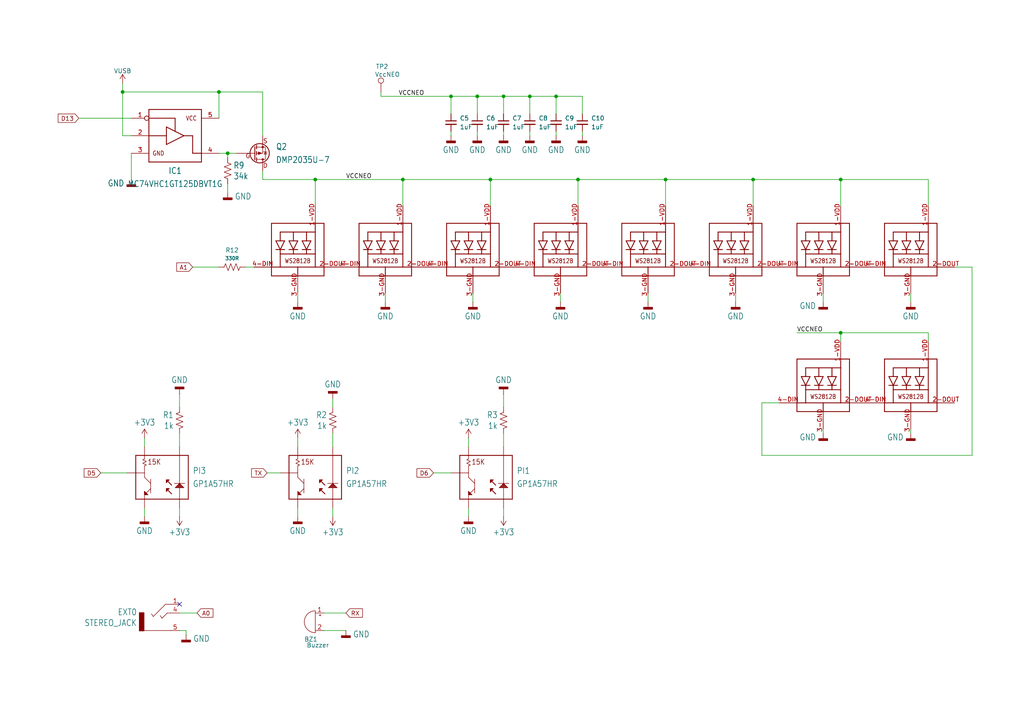
<source format=kicad_sch>
(kicad_sch (version 20250114) (generator "eeschema") (generator_version "9.0")
  (paper "A4")
  (lib_symbols
    (symbol "Connector:TestPoint" (pin_numbers (hide yes)) (pin_names (offset 0.762) (hide yes))
      (property "Reference" "TP" (at 0 6.858 0))
      (property "Value" "TestPoint" (at 0 5.08 0))
      (symbol "TestPoint_0_1"
        (circle (center 0 3.302) (radius 0.762))
      )
      (symbol "TestPoint_1_1"
        (pin passive line (at 0 0 90) (length 2.54) (name "1") (number "1"))
      )
    )
    (symbol "Device:Buzzer" (pin_names (offset 0.0254) (hide yes))
      (property "Reference" "BZ" (at 3.81 1.27 0))
      (property "Value" "Buzzer" (at 3.81 -1.27 0))
      (symbol "Buzzer_0_1"
        (polyline (pts (xy -1.651 1.905) (xy -1.143 1.905)))
        (polyline (pts (xy -1.397 2.159) (xy -1.397 1.651)))
        (arc (start 0 3.175) (mid 3.1612 0) (end 0 -3.175))
        (polyline (pts (xy 0 3.175) (xy 0 -3.175)))
      )
      (symbol "Buzzer_1_1"
        (pin passive line (at -2.54 2.54 0) (length 2.54) (name "+") (number "1"))
        (pin passive line (at -2.54 -2.54 0) (length 2.54) (name "-") (number "2"))
      )
    )
    (symbol "Device:C_Small" (pin_numbers (hide yes)) (pin_names (offset 0.254) (hide yes))
      (property "Reference" "C" (at 0.254 1.778 0))
      (property "Value" "C_Small" (at 0.254 -2.032 0))
      (symbol "C_Small_0_1"
        (polyline (pts (xy -1.524 0.508) (xy 1.524 0.508)) (stroke (width 0.3048)))
        (polyline (pts (xy -1.524 -0.508) (xy 1.524 -0.508)) (stroke (width 0.3302)))
      )
      (symbol "C_Small_1_1"
        (pin passive line (at 0 2.54 270) (length 2.032) (name "~") (number "1"))
        (pin passive line (at 0 -2.54 90) (length 2.032) (name "~") (number "2"))
      )
    )
    (symbol "Device:R_US" (pin_numbers (hide yes)) (pin_names (offset 0))
      (property "Reference" "R" (at 2.54 0 90))
      (property "Value" "R_US" (at -2.54 0 90))
      (symbol "R_US_0_1"
        (polyline (pts (xy 0 2.286) (xy 0 2.54)))
        (polyline (pts (xy 0 2.286) (xy 1.016 1.905) (xy 0 1.524) (xy -1.016 1.143) (xy 0 0.762)))
        (polyline (pts (xy 0 0.762) (xy 1.016 0.381) (xy 0 0) (xy -1.016 -0.381) (xy 0 -0.762)))
        (polyline (pts (xy 0 -0.762) (xy 1.016 -1.143) (xy 0 -1.524) (xy -1.016 -1.905) (xy 0 -2.286)))
        (polyline (pts (xy 0 -2.286) (xy 0 -2.54)))
      )
      (symbol "R_US_1_1"
        (pin passive line (at 0 3.81 270) (length 1.27) (name "~") (number "1"))
        (pin passive line (at 0 -3.81 90) (length 1.27) (name "~") (number "2"))
      )
    )
    (symbol "FED3 SymbLib:GP1A57HR"
      (symbol "GP1A57HR_1_0"
        (polyline (pts (xy -7.62 10.16) (xy 5.08 10.16)) (stroke (width 0.254)))
        (polyline (pts (xy -7.62 -2.54) (xy -7.62 10.16)) (stroke (width 0.254)))
        (polyline (pts (xy -6.096 1.016) (xy -6.35 0.762)) (stroke (width 0.1524)))
        (polyline (pts (xy -6.096 0.889) (xy -4.064 0.889)) (stroke (width 0.1524)))
        (polyline (pts (xy -5.842 1.27) (xy -6.096 1.016)) (stroke (width 0.1524)))
        (polyline (pts (xy -5.842 1.27) (xy -4.318 1.27)) (stroke (width 0.1524)))
        (polyline (pts (xy -5.588 1.524) (xy -5.842 1.27)) (stroke (width 0.1524)))
        (polyline (pts (xy -5.588 1.397) (xy -4.572 1.397)) (stroke (width 0.1524)))
        (polyline (pts (xy -5.334 1.778) (xy -5.588 1.524)) (stroke (width 0.1524)))
        (polyline (pts (xy -5.334 1.778) (xy -4.826 1.778)) (stroke (width 0.1524)))
        (polyline (pts (xy -5.207 1.905) (xy -5.334 1.778)) (stroke (width 0.1524)))
        (polyline (pts (xy -5.207 1.905) (xy -4.953 1.905)) (stroke (width 0.1524)))
        (polyline (pts (xy -5.08 2.032) (xy -6.604 2.032)) (stroke (width 0.1524)))
        (polyline (pts (xy -5.08 2.032) (xy -5.207 1.905)) (stroke (width 0.1524)))
        (polyline (pts (xy -5.08 2.032) (xy -5.08 10.16)) (stroke (width 0.1524)))
        (polyline (pts (xy -5.08 0.762) (xy -6.35 0.762)) (stroke (width 0.1524)))
        (polyline (pts (xy -5.08 -2.54) (xy -7.62 -2.54)) (stroke (width 0.254)))
        (polyline (pts (xy -5.08 -2.54) (xy -5.08 0.762)) (stroke (width 0.1524)))
        (polyline (pts (xy -4.953 1.905) (xy -5.08 2.032)) (stroke (width 0.1524)))
        (polyline (pts (xy -4.826 1.778) (xy -4.953 1.905)) (stroke (width 0.1524)))
        (polyline (pts (xy -4.826 1.651) (xy -5.334 1.651)) (stroke (width 0.1524)))
        (polyline (pts (xy -4.572 1.524) (xy -5.588 1.524)) (stroke (width 0.1524)))
        (polyline (pts (xy -4.572 1.524) (xy -4.826 1.778)) (stroke (width 0.1524)))
        (polyline (pts (xy -4.318 1.27) (xy -4.572 1.524)) (stroke (width 0.1524)))
        (polyline (pts (xy -4.318 1.143) (xy -5.842 1.143)) (stroke (width 0.1524)))
        (polyline (pts (xy -4.064 1.016) (xy -6.096 1.016)) (stroke (width 0.1524)))
        (polyline (pts (xy -4.064 1.016) (xy -4.318 1.27)) (stroke (width 0.1524)))
        (polyline (pts (xy -3.81 0.762) (xy -5.08 0.762)) (stroke (width 0.1524)))
        (polyline (pts (xy -3.81 0.762) (xy -4.064 1.016)) (stroke (width 0.1524)))
        (polyline (pts (xy -3.556 2.032) (xy -5.08 2.032)) (stroke (width 0.1524)))
        (polyline (pts (xy -2.794 1.524) (xy -1.778 2.54)) (stroke (width 0.254)))
        (polyline (pts (xy -2.794 -1.016) (xy -1.778 0)) (stroke (width 0.254)))
        (polyline (pts (xy -2.032 3.048) (xy -1.27 2.286)) (stroke (width 0.254)))
        (polyline (pts (xy -2.032 0.508) (xy -1.27 -0.254)) (stroke (width 0.254)))
        (polyline (pts (xy -1.778 3.048) (xy -2.032 3.048)) (stroke (width 0.254)))
        (polyline (pts (xy -1.778 3.048) (xy -1.27 2.54)) (stroke (width 0.254)))
        (polyline (pts (xy -1.778 0.508) (xy -2.032 0.508)) (stroke (width 0.254)))
        (polyline (pts (xy -1.778 0.508) (xy -1.27 0)) (stroke (width 0.254)))
        (polyline (pts (xy -1.524 3.048) (xy -1.778 3.048)) (stroke (width 0.254)))
        (polyline (pts (xy -1.524 3.048) (xy -1.27 2.794)) (stroke (width 0.254)))
        (polyline (pts (xy -1.524 0.508) (xy -1.778 0.508)) (stroke (width 0.254)))
        (polyline (pts (xy -1.524 0.508) (xy -1.27 0.254)) (stroke (width 0.254)))
        (polyline (pts (xy -1.27 3.048) (xy -1.524 3.048)) (stroke (width 0.254)))
        (polyline (pts (xy -1.27 2.794) (xy -1.27 3.048)) (stroke (width 0.254)))
        (polyline (pts (xy -1.27 2.54) (xy -1.27 2.794)) (stroke (width 0.254)))
        (polyline (pts (xy -1.27 2.286) (xy -1.27 2.54)) (stroke (width 0.254)))
        (polyline (pts (xy -1.27 0.508) (xy -1.524 0.508)) (stroke (width 0.254)))
        (polyline (pts (xy -1.27 0.254) (xy -1.27 0.508)) (stroke (width 0.254)))
        (polyline (pts (xy -1.27 0) (xy -1.27 0.254)) (stroke (width 0.254)))
        (polyline (pts (xy -1.27 -0.254) (xy -1.27 0)) (stroke (width 0.254)))
        (polyline (pts (xy 3.302 3.302) (xy 3.302 2.032)) (stroke (width 0.1524)))
        (polyline (pts (xy 3.302 2.032) (xy 3.302 0.508)) (stroke (width 0.1524)))
        (polyline (pts (xy 3.302 2.032) (xy 5.08 3.81)) (stroke (width 0.1524)))
        (polyline (pts (xy 3.302 0.508) (xy 3.302 -0.762)) (stroke (width 0.1524)))
        (polyline (pts (xy 3.302 0.508) (xy 4.572 -0.762)) (stroke (width 0.1524)))
        (polyline (pts (xy 4.064 -1.27) (xy 4.191 -1.27)) (stroke (width 0.1524)))
        (polyline (pts (xy 4.191 -1.27) (xy 4.318 -1.27)) (stroke (width 0.1524)))
        (polyline (pts (xy 4.318 -1.27) (xy 4.445 -1.27)) (stroke (width 0.1524)))
        (polyline (pts (xy 4.445 -1.27) (xy 4.572 -1.27)) (stroke (width 0.1524)))
        (polyline (pts (xy 4.572 8.382) (xy 5.588 7.874)) (stroke (width 0.1524)))
        (polyline (pts (xy 4.572 7.366) (xy 5.08 7.112)) (stroke (width 0.1524)))
        (polyline (pts (xy 4.572 -1.27) (xy 4.699 -1.27)) (stroke (width 0.1524)))
        (polyline (pts (xy 4.699 -1.27) (xy 4.826 -1.27)) (stroke (width 0.1524)))
        (polyline (pts (xy 4.826 -1.27) (xy 5.08 -1.27)) (stroke (width 0.1524)))
        (polyline (pts (xy 4.953 -0.508) (xy 4.318 -1.143)) (stroke (width 0.1524)))
        (polyline (pts (xy 4.953 -0.635) (xy 4.445 -1.143)) (stroke (width 0.1524)))
        (polyline (pts (xy 4.953 -0.762) (xy 4.572 -1.143)) (stroke (width 0.1524)))
        (polyline (pts (xy 4.953 -0.889) (xy 4.699 -1.143)) (stroke (width 0.1524)))
        (polyline (pts (xy 4.953 -1.016) (xy 4.826 -1.143)) (stroke (width 0.1524)))
        (polyline (pts (xy 4.953 -1.143) (xy 4.826 -1.27)) (stroke (width 0.1524)))
        (polyline (pts (xy 5.08 10.16) (xy 5.08 9.144)) (stroke (width 0.1524)))
        (polyline (pts (xy 5.08 10.16) (xy 7.62 10.16)) (stroke (width 0.254)))
        (polyline (pts (xy 5.08 9.144) (xy 5.588 8.89)) (stroke (width 0.1524)))
        (polyline (pts (xy 5.08 7.112) (xy 5.08 5.08)) (stroke (width 0.1524)))
        (polyline (pts (xy 5.08 5.08) (xy 5.08 3.81)) (stroke (width 0.1524)))
        (polyline (pts (xy 5.08 5.08) (xy 7.62 5.08)) (stroke (width 0.1524)))
        (polyline (pts (xy 5.08 -0.254) (xy 4.064 -1.27)) (stroke (width 0.1524)))
        (polyline (pts (xy 5.08 -0.381) (xy 4.191 -1.27)) (stroke (width 0.1524)))
        (polyline (pts (xy 5.08 -0.381) (xy 5.08 -0.254)) (stroke (width 0.1524)))
        (polyline (pts (xy 5.08 -0.508) (xy 4.318 -1.27)) (stroke (width 0.1524)))
        (polyline (pts (xy 5.08 -0.508) (xy 5.08 -0.381)) (stroke (width 0.1524)))
        (polyline (pts (xy 5.08 -0.635) (xy 4.445 -1.27)) (stroke (width 0.1524)))
        (polyline (pts (xy 5.08 -0.635) (xy 5.08 -0.508)) (stroke (width 0.1524)))
        (polyline (pts (xy 5.08 -0.762) (xy 4.572 -1.27)) (stroke (width 0.1524)))
        (polyline (pts (xy 5.08 -0.762) (xy 5.08 -0.635)) (stroke (width 0.1524)))
        (polyline (pts (xy 5.08 -0.889) (xy 4.699 -1.27)) (stroke (width 0.1524)))
        (polyline (pts (xy 5.08 -0.889) (xy 5.08 -0.762)) (stroke (width 0.1524)))
        (polyline (pts (xy 5.08 -1.016) (xy 4.826 -1.27)) (stroke (width 0.1524)))
        (polyline (pts (xy 5.08 -1.016) (xy 5.08 -0.889)) (stroke (width 0.1524)))
        (polyline (pts (xy 5.08 -1.27) (xy 5.08 -1.016)) (stroke (width 0.1524)))
        (polyline (pts (xy 5.08 -2.54) (xy -5.08 -2.54)) (stroke (width 0.254)))
        (polyline (pts (xy 5.08 -2.54) (xy 5.08 -1.27)) (stroke (width 0.1524)))
        (polyline (pts (xy 5.588 8.89) (xy 4.572 8.382)) (stroke (width 0.1524)))
        (polyline (pts (xy 5.588 7.874) (xy 4.572 7.366)) (stroke (width 0.1524)))
        (polyline (pts (xy 7.62 10.16) (xy 7.62 5.08)) (stroke (width 0.254)))
        (polyline (pts (xy 7.62 5.08) (xy 7.62 -2.54)) (stroke (width 0.254)))
        (polyline (pts (xy 7.62 -2.54) (xy 5.08 -2.54)) (stroke (width 0.254)))
        (text "15K" (at 0.254 7.366 0) (effects (font (size 1.524 1.2954)) (justify left bottom)))
        (pin bidirectional line (at -5.08 12.7 270) (length 2.54) (name "2") (number "2"))
        (pin bidirectional line (at -5.08 -5.08 90) (length 2.54) (name "1") (number "1"))
        (pin bidirectional line (at 5.08 12.7 270) (length 2.54) (name "3") (number "3"))
        (pin bidirectional line (at 5.08 -5.08 90) (length 2.54) (name "5") (number "5"))
        (pin bidirectional line (at 10.16 5.08 180) (length 2.54) (name "4") (number "4"))
      )
    )
    (symbol "FED3 SymbLib:MOSFET_P-CH"
      (symbol "MOSFET_P-CH_0_1"
        (polyline (pts (xy -2.286 1.905) (xy -2.286 -1.905)) (stroke (width 0.254)))
        (polyline (pts (xy -2.286 0) (xy -5.08 0)))
        (polyline (pts (xy -1.778 2.286) (xy -1.778 1.27)) (stroke (width 0.254)))
        (polyline (pts (xy -1.778 1.778) (xy 0.762 1.778) (xy 0.762 -1.778) (xy -1.778 -1.778)))
        (polyline (pts (xy -1.778 0.508) (xy -1.778 -0.508)) (stroke (width 0.254)))
        (polyline (pts (xy -1.778 -1.27) (xy -1.778 -2.286)) (stroke (width 0.254)))
        (circle (center -0.889 0) (radius 2.794) (stroke (width 0.254)))
        (polyline (pts (xy -0.254 0) (xy -1.27 0.381) (xy -1.27 -0.381) (xy -0.254 0)) (fill (type outline)))
        (polyline (pts (xy 0 2.54) (xy 0 1.778)))
        (circle (center 0 1.778) (radius 0.254) (fill (type outline)))
        (circle (center 0 -1.778) (radius 0.254) (fill (type outline)))
        (polyline (pts (xy 0 -2.54) (xy 0 0) (xy -1.778 0)))
        (polyline (pts (xy 0.254 -0.508) (xy 0.381 -0.381) (xy 1.143 -0.381) (xy 1.27 -0.254)))
        (polyline (pts (xy 0.762 -0.381) (xy 0.381 0.254) (xy 1.143 0.254) (xy 0.762 -0.381)))
      )
      (symbol "MOSFET_P-CH_1_1"
        (text "G" (at -4.318 0.762 0) (effects (font (size 1.27 1.27))))
        (text "D" (at 0.762 3.556 0) (effects (font (size 1.27 1.27))))
        (text "S" (at 0.762 -3.556 0) (effects (font (size 1.27 1.27))))
        (pin passive line (at -7.62 0 0) (length 2.54) (name "G") (number "P$1"))
        (pin passive line (at 0 5.08 270) (length 2.54) (name "D") (number "P$3"))
        (pin passive line (at 0 -5.08 90) (length 2.54) (name "S") (number "P$2"))
      )
    )
    (symbol "FED3 SymbLib:SN74LVC1G125"
      (symbol "SN74LVC1G125_1_0"
        (polyline (pts (xy -7.62 7.62) (xy -7.62 -7.62)) (stroke (width 0.254)))
        (polyline (pts (xy -7.62 5.08) (xy 0 5.08)) (stroke (width 0.254)))
        (polyline (pts (xy -7.62 0) (xy -2.54 0)) (stroke (width 0.254)))
        (polyline (pts (xy -7.62 -7.62) (xy 7.62 -7.62)) (stroke (width 0.254)))
        (polyline (pts (xy -2.54 2.54) (xy -2.54 -2.54)) (stroke (width 0.254)))
        (polyline (pts (xy -2.54 2.54) (xy 0 1.27)) (stroke (width 0.254)))
        (polyline (pts (xy 0 5.08) (xy 0 1.27)) (stroke (width 0.254)))
        (polyline (pts (xy 0 1.27) (xy 2.54 0)) (stroke (width 0.254)))
        (polyline (pts (xy 2.54 0) (xy -2.54 -2.54)) (stroke (width 0.254)))
        (polyline (pts (xy 2.54 0) (xy 5.08 0)) (stroke (width 0.254)))
        (polyline (pts (xy 5.08 0) (xy 5.08 -5.08)) (stroke (width 0.254)))
        (polyline (pts (xy 5.08 -5.08) (xy 7.62 -5.08)) (stroke (width 0.254)))
        (polyline (pts (xy 7.62 7.62) (xy -7.62 7.62)) (stroke (width 0.254)))
        (polyline (pts (xy 7.62 -7.62) (xy 7.62 7.62)) (stroke (width 0.254)))
        (text "GND" (at -6.604 -5.842 0) (effects (font (size 1.27 1.0795)) (justify left bottom)))
        (text "VCC" (at 3.048 4.318 0) (effects (font (size 1.27 1.0795)) (justify left bottom)))
        (pin bidirectional inverted (at -12.7 5.08 0) (length 5.08) (name "P$1") (number "1"))
        (pin bidirectional line (at -12.7 0 0) (length 5.08) (name "P$2") (number "2"))
        (pin bidirectional line (at -12.7 -5.08 0) (length 5.08) (name "P$3") (number "3"))
        (pin bidirectional line (at 12.7 5.08 180) (length 5.08) (name "P$5") (number "5"))
        (pin bidirectional line (at 12.7 -5.08 180) (length 5.08) (name "P$4") (number "4"))
      )
    )
    (symbol "FED3 SymbLib:STEREO_JACK"
      (symbol "STEREO_JACK_1_0"
        (rectangle (start -5.207 2.667) (end -6.604 -2.667) (fill (type outline)))
        (polyline (pts (xy -2.54 1.524) (xy -3.048 2.286)) (stroke (width 0.1524)))
        (polyline (pts (xy 0 1.016) (xy -0.508 1.778)) (stroke (width 0.1524)))
        (polyline (pts (xy 1.016 5.08) (xy -2.54 1.524)) (stroke (width 0.1524)))
        (polyline (pts (xy 1.524 2.54) (xy 0 1.016)) (stroke (width 0.1524)))
        (polyline (pts (xy 2.54 5.08) (xy 1.016 5.08)) (stroke (width 0.1524)))
        (polyline (pts (xy 2.54 2.54) (xy 1.524 2.54)) (stroke (width 0.1524)))
        (polyline (pts (xy 2.54 -2.54) (xy -5.207 -2.54)) (stroke (width 0.1524)))
        (pin passive line (at 5.08 5.08 180) (length 2.54) (name "1") (number "1"))
        (pin passive line (at 5.08 2.54 180) (length 2.54) (name "4") (number "4"))
        (pin passive line (at 5.08 -2.54 180) (length 2.54) (name "5") (number "5"))
      )
    )
    (symbol "FED3 SymbLib:VUSB" (power) (pin_numbers (hide yes)) (pin_names (offset 0) (hide yes))
      (property "Value" "VUSB" (at 0 3.556 0))
      (symbol "VUSB_0_1"
        (polyline (pts (xy -0.762 1.27) (xy 0 2.54)))
        (polyline (pts (xy 0 2.54) (xy 0.762 1.27)))
        (polyline (pts (xy 0 0) (xy 0 2.54)))
      )
      (symbol "VUSB_1_1"
        (pin power_in line (at 0 0 90) (length 0) (name "~") (number "1"))
      )
    )
    (symbol "FED3 SymbLib:WS2812B5050"
      (symbol "WS2812B5050_1_0"
        (polyline (pts (xy -7.62 10.16) (xy -7.62 -2.54)) (stroke (width 0.254)))
        (polyline (pts (xy -7.62 -2.54) (xy -7.62 -5.08)) (stroke (width 0.254)))
        (polyline (pts (xy -7.62 -5.08) (xy 0 -5.08)) (stroke (width 0.254)))
        (polyline (pts (xy -6.35 5.08) (xy -5.08 5.08)) (stroke (width 0.254)))
        (polyline (pts (xy -6.35 2.54) (xy -5.08 2.54)) (stroke (width 0.254)))
        (polyline (pts (xy -5.08 7.62) (xy -5.08 5.08)) (stroke (width 0.254)))
        (polyline (pts (xy -5.08 5.08) (xy -3.81 5.08)) (stroke (width 0.254)))
        (polyline (pts (xy -5.08 2.54) (xy -6.35 5.08)) (stroke (width 0.254)))
        (polyline (pts (xy -5.08 2.54) (xy -5.08 1.27)) (stroke (width 0.254)))
        (polyline (pts (xy -5.08 2.54) (xy -3.81 5.08)) (stroke (width 0.254)))
        (polyline (pts (xy -5.08 1.27) (xy -5.08 -2.54)) (stroke (width 0.254)))
        (polyline (pts (xy -5.08 -2.54) (xy -7.62 -2.54)) (stroke (width 0.254)))
        (polyline (pts (xy -5.08 -2.54) (xy 0 -2.54)) (stroke (width 0.254)))
        (polyline (pts (xy -3.81 2.54) (xy -5.08 2.54)) (stroke (width 0.254)))
        (polyline (pts (xy -2.54 5.08) (xy 0 5.08)) (stroke (width 0.254)))
        (polyline (pts (xy -2.54 2.54) (xy -1.27 2.54)) (stroke (width 0.254)))
        (polyline (pts (xy -1.27 7.62) (xy -5.08 7.62)) (stroke (width 0.254)))
        (polyline (pts (xy -1.27 5.08) (xy -1.27 7.62)) (stroke (width 0.254)))
        (polyline (pts (xy -1.27 2.54) (xy -2.54 5.08)) (stroke (width 0.254)))
        (polyline (pts (xy -1.27 2.54) (xy -1.27 1.27)) (stroke (width 0.254)))
        (polyline (pts (xy -1.27 2.54) (xy 0 2.54)) (stroke (width 0.254)))
        (polyline (pts (xy -1.27 1.27) (xy -5.08 1.27)) (stroke (width 0.254)))
        (polyline (pts (xy 0 5.08) (xy -1.27 2.54)) (stroke (width 0.254)))
        (polyline (pts (xy 0 -2.54) (xy 0 -5.08)) (stroke (width 0.254)))
        (polyline (pts (xy 0 -2.54) (xy 5.08 -2.54)) (stroke (width 0.254)))
        (polyline (pts (xy 0 -5.08) (xy 7.62 -5.08)) (stroke (width 0.254)))
        (polyline (pts (xy 1.27 5.08) (xy 2.54 5.08)) (stroke (width 0.254)))
        (polyline (pts (xy 1.27 5.08) (xy 2.54 2.54)) (stroke (width 0.254)))
        (polyline (pts (xy 2.54 7.62) (xy -1.27 7.62)) (stroke (width 0.254)))
        (polyline (pts (xy 2.54 7.62) (xy 5.08 7.62)) (stroke (width 0.254)))
        (polyline (pts (xy 2.54 5.08) (xy 2.54 7.62)) (stroke (width 0.254)))
        (polyline (pts (xy 2.54 2.54) (xy 1.27 2.54)) (stroke (width 0.254)))
        (polyline (pts (xy 2.54 2.54) (xy 2.54 1.27)) (stroke (width 0.254)))
        (polyline (pts (xy 2.54 2.54) (xy 3.81 5.08)) (stroke (width 0.254)))
        (polyline (pts (xy 2.54 2.54) (xy 3.81 2.54)) (stroke (width 0.254)))
        (polyline (pts (xy 2.54 1.27) (xy -1.27 1.27)) (stroke (width 0.254)))
        (polyline (pts (xy 3.81 5.08) (xy 2.54 5.08)) (stroke (width 0.254)))
        (polyline (pts (xy 5.08 10.16) (xy -7.62 10.16)) (stroke (width 0.254)))
        (polyline (pts (xy 5.08 10.16) (xy 5.08 7.62)) (stroke (width 0.254)))
        (polyline (pts (xy 5.08 7.62) (xy 5.08 1.27)) (stroke (width 0.254)))
        (polyline (pts (xy 5.08 1.27) (xy 2.54 1.27)) (stroke (width 0.254)))
        (polyline (pts (xy 5.08 -2.54) (xy 5.08 1.27)) (stroke (width 0.254)))
        (polyline (pts (xy 5.08 -2.54) (xy 7.62 -2.54)) (stroke (width 0.254)))
        (polyline (pts (xy 7.62 10.16) (xy 5.08 10.16)) (stroke (width 0.254)))
        (polyline (pts (xy 7.62 -2.54) (xy 7.62 10.16)) (stroke (width 0.254)))
        (polyline (pts (xy 7.62 -5.08) (xy 7.62 -2.54)) (stroke (width 0.254)))
        (text "WS2812B" (at 3.81 0 0) (effects (font (size 1.27 1.0795)) (justify right top)))
        (pin input line (at -12.7 -2.54 0) (length 5.08) (name "DI") (number "4-DIN"))
        (pin power_in line (at 0 -10.16 90) (length 5.08) (name "GND") (number "3-GND"))
        (pin power_in line (at 5.08 15.24 270) (length 5.08) (name "VDD") (number "1-VDD"))
        (pin output line (at 12.7 -2.54 180) (length 5.08) (name "DO") (number "2-DOUT"))
      )
    )
    (symbol "power:+3V3" (power) (pin_numbers (hide yes)) (pin_names (offset 0) (hide yes))
      (property "Value" "+3V3" (at 0 3.556 0))
      (symbol "+3V3_0_1"
        (polyline (pts (xy -0.762 1.27) (xy 0 2.54)))
        (polyline (pts (xy 0 2.54) (xy 0.762 1.27)))
        (polyline (pts (xy 0 0) (xy 0 2.54)))
      )
      (symbol "+3V3_1_1"
        (pin power_in line (at 0 0 90) (length 0) (name "~") (number "1"))
      )
    )
    (symbol "power:GNDD" (power) (pin_numbers (hide yes)) (pin_names (offset 0) (hide yes))
      (property "Value" "GNDD" (at 0 -3.175 0))
      (symbol "GNDD_0_1"
        (rectangle (start -1.27 -1.524) (end 1.27 -2.032) (stroke (width 0.254)) (fill (type outline)))
        (polyline (pts (xy 0 0) (xy 0 -1.524)))
      )
      (symbol "GNDD_1_1"
        (pin power_in line (at 0 0 270) (length 0) (name "~") (number "1"))
      )
    )
  )
  (junction (at 142.24 52.07))
  (junction (at 91.44 52.07))
  (junction (at 167.64 52.07))
  (junction (at 138.43 27.94))
  (junction (at 243.84 96.52))
  (junction (at 218.44 52.07))
  (junction (at 243.84 52.07))
  (junction (at 63.5 26.67))
  (junction (at 153.67 27.94))
  (junction (at 146.05 27.94))
  (junction (at 66.04 44.45))
  (junction (at 193.04 52.07))
  (junction (at 161.29 27.94))
  (junction (at 35.56 26.67))
  (junction (at 116.84 52.07))
  (junction (at 130.81 27.94))
  (no_connect (at 52.07 175.26))
  (wire (pts (xy 138.43 27.94) (xy 146.05 27.94)) (stroke (width 0.1524)))
  (wire (pts (xy 36.83 137.16) (xy 29.21 137.16)) (stroke (width 0.1524)))
  (wire (pts (xy 162.56 85.09) (xy 162.56 87.63)) (stroke (width 0.1524)))
  (wire (pts (xy 238.76 125.73) (xy 238.76 124.46)))
  (wire (pts (xy 52.07 182.88) (xy 53.975 182.88)) (stroke (width 0.1524)))
  (wire (pts (xy 220.98 116.84) (xy 220.98 132.08)) (stroke (width 0.1524)))
  (wire (pts (xy 161.29 27.94) (xy 168.91 27.94)) (stroke (width 0.1524)))
  (wire (pts (xy 76.2 39.37) (xy 76.2 26.67)) (stroke (width 0.1524)))
  (wire (pts (xy 243.84 96.52) (xy 269.24 96.52)) (stroke (width 0.1524)))
  (wire (pts (xy 264.16 125.73) (xy 264.16 124.46)))
  (wire (pts (xy 276.86 77.47) (xy 281.94 77.47)) (stroke (width 0.1524)))
  (wire (pts (xy 142.24 59.69) (xy 142.24 52.07)) (stroke (width 0.1524)))
  (wire (pts (xy 269.24 52.07) (xy 269.24 59.69)) (stroke (width 0.1524)))
  (wire (pts (xy 116.84 52.07) (xy 142.24 52.07)) (stroke (width 0.1524)))
  (wire (pts (xy 167.64 52.07) (xy 193.04 52.07)) (stroke (width 0.1524)))
  (wire (pts (xy 243.84 99.06) (xy 243.84 96.52)) (stroke (width 0.1524)))
  (wire (pts (xy 130.81 137.16) (xy 125.73 137.16)) (stroke (width 0.1524)))
  (wire (pts (xy 96.52 115.57) (xy 96.52 118.11)))
  (wire (pts (xy 243.84 52.07) (xy 269.24 52.07)) (stroke (width 0.1524)))
  (wire (pts (xy 81.28 137.16) (xy 77.47 137.16)) (stroke (width 0.1524)))
  (wire (pts (xy 269.24 96.52) (xy 269.24 99.06)) (stroke (width 0.1524)))
  (wire (pts (xy 52.07 177.8) (xy 57.15 177.8)) (stroke (width 0.1524)))
  (wire (pts (xy 76.2 52.07) (xy 91.44 52.07)) (stroke (width 0.1524)))
  (wire (pts (xy 93.98 177.8) (xy 100.33 177.8)))
  (wire (pts (xy 167.64 59.69) (xy 167.64 52.07)) (stroke (width 0.1524)))
  (wire (pts (xy 243.84 59.69) (xy 243.84 52.07)) (stroke (width 0.1524)))
  (wire (pts (xy 153.67 30.48) (xy 153.67 33.02)))
  (wire (pts (xy 86.36 127) (xy 86.36 129.54)) (stroke (width 0.1524)))
  (wire (pts (xy 238.76 85.09) (xy 238.76 87.63)) (stroke (width 0.1524)))
  (wire (pts (xy 63.5 26.67) (xy 76.2 26.67)) (stroke (width 0.1524)))
  (wire (pts (xy 146.05 149.86) (xy 146.05 147.32)) (stroke (width 0.1524)))
  (wire (pts (xy 146.05 30.48) (xy 146.05 27.94)) (stroke (width 0.1524)))
  (wire (pts (xy 38.1 44.45) (xy 38.1 45.72)) (stroke (width 0.1524)))
  (wire (pts (xy 66.04 44.45) (xy 66.04 45.72)) (stroke (width 0.1524)))
  (wire (pts (xy 41.91 127) (xy 41.91 129.54)) (stroke (width 0.1524)))
  (wire (pts (xy 35.56 26.67) (xy 35.56 24.13)) (stroke (width 0.1524)))
  (wire (pts (xy 187.96 85.09) (xy 187.96 87.63)) (stroke (width 0.1524)))
  (wire (pts (xy 63.5 26.67) (xy 63.5 34.29)) (stroke (width 0.1524)))
  (wire (pts (xy 220.98 116.84) (xy 226.06 116.84)) (stroke (width 0.1524)))
  (wire (pts (xy 218.44 59.69) (xy 218.44 52.07)) (stroke (width 0.1524)))
  (wire (pts (xy 168.91 30.48) (xy 168.91 33.02)))
  (wire (pts (xy 135.89 149.86) (xy 135.89 147.32)) (stroke (width 0.1524)))
  (wire (pts (xy 146.05 38.1) (xy 146.05 39.37)) (stroke (width 0.1524)))
  (wire (pts (xy 52.07 149.86) (xy 52.07 147.32)) (stroke (width 0.1524)))
  (wire (pts (xy 93.98 182.88) (xy 100.33 182.88)))
  (wire (pts (xy 135.89 127) (xy 135.89 129.54)) (stroke (width 0.1524)))
  (wire (pts (xy 146.05 125.73) (xy 146.05 129.54)) (stroke (width 0.1524)))
  (wire (pts (xy 153.67 27.94) (xy 161.29 27.94)) (stroke (width 0.1524)))
  (wire (pts (xy 146.05 114.3) (xy 146.05 118.11)))
  (wire (pts (xy 138.43 30.48) (xy 138.43 27.94)) (stroke (width 0.1524)))
  (wire (pts (xy 86.36 85.09) (xy 86.36 87.63)) (stroke (width 0.1524)))
  (wire (pts (xy 138.43 38.1) (xy 138.43 39.37)) (stroke (width 0.1524)))
  (wire (pts (xy 38.1 34.29) (xy 22.86 34.29)) (stroke (width 0.1524)))
  (wire (pts (xy 213.36 85.09) (xy 213.36 87.63)) (stroke (width 0.1524)))
  (wire (pts (xy 66.04 44.45) (xy 68.58 44.45)) (stroke (width 0.1524)))
  (wire (pts (xy 38.1 45.72) (xy 38.1 52.07)))
  (wire (pts (xy 146.05 27.94) (xy 153.67 27.94)) (stroke (width 0.1524)))
  (wire (pts (xy 264.16 85.09) (xy 264.16 87.63)) (stroke (width 0.1524)))
  (wire (pts (xy 96.52 149.86) (xy 96.52 147.32)) (stroke (width 0.1524)))
  (wire (pts (xy 130.81 27.94) (xy 138.43 27.94)) (stroke (width 0.1524)))
  (wire (pts (xy 161.29 39.37) (xy 161.29 38.1)) (stroke (width 0.1524)))
  (wire (pts (xy 142.24 52.07) (xy 167.64 52.07)) (stroke (width 0.1524)))
  (wire (pts (xy 168.91 39.37) (xy 168.91 38.1)) (stroke (width 0.1524)))
  (wire (pts (xy 63.5 26.67) (xy 35.56 26.67)) (stroke (width 0.1524)))
  (wire (pts (xy 66.04 53.34) (xy 66.04 55.88)))
  (wire (pts (xy 71.12 77.47) (xy 73.66 77.47)))
  (wire (pts (xy 53.975 182.88) (xy 53.975 184.15)))
  (wire (pts (xy 193.04 52.07) (xy 193.04 59.69)) (stroke (width 0.1524)))
  (wire (pts (xy 281.94 132.08) (xy 281.94 77.47)) (stroke (width 0.1524)))
  (wire (pts (xy 35.56 39.37) (xy 38.1 39.37)) (stroke (width 0.1524)))
  (wire (pts (xy 130.81 30.48) (xy 130.81 27.94)) (stroke (width 0.1524)))
  (wire (pts (xy 91.44 52.07) (xy 116.84 52.07)) (stroke (width 0.1524)))
  (wire (pts (xy 52.07 114.3) (xy 52.07 118.11)))
  (wire (pts (xy 168.91 27.94) (xy 168.91 30.48)) (stroke (width 0.1524)))
  (wire (pts (xy 76.2 49.53) (xy 76.2 52.07)) (stroke (width 0.1524)))
  (wire (pts (xy 161.29 27.94) (xy 161.29 30.48)) (stroke (width 0.1524)))
  (wire (pts (xy 110.49 27.94) (xy 130.81 27.94)) (stroke (width 0.1524)))
  (wire (pts (xy 231.14 96.52) (xy 243.84 96.52)) (stroke (width 0.1524)))
  (wire (pts (xy 63.5 77.47) (xy 55.88 77.47)) (stroke (width 0.1524)))
  (wire (pts (xy 153.67 38.1) (xy 153.67 39.37)) (stroke (width 0.1524)))
  (wire (pts (xy 66.04 44.45) (xy 63.5 44.45)) (stroke (width 0.1524)))
  (wire (pts (xy 193.04 52.07) (xy 218.44 52.07)) (stroke (width 0.1524)))
  (wire (pts (xy 110.49 27.94) (xy 110.49 26.67)) (stroke (width 0.1524)))
  (wire (pts (xy 146.05 30.48) (xy 146.05 33.02)))
  (wire (pts (xy 161.29 30.48) (xy 161.29 33.02)))
  (wire (pts (xy 86.36 149.86) (xy 86.36 147.32)) (stroke (width 0.1524)))
  (wire (pts (xy 137.16 85.09) (xy 137.16 87.63)) (stroke (width 0.1524)))
  (wire (pts (xy 116.84 59.69) (xy 116.84 52.07)) (stroke (width 0.1524)))
  (wire (pts (xy 52.07 125.73) (xy 52.07 127)))
  (wire (pts (xy 41.91 149.86) (xy 41.91 147.32)) (stroke (width 0.1524)))
  (wire (pts (xy 91.44 59.69) (xy 91.44 52.07)) (stroke (width 0.1524)))
  (wire (pts (xy 111.76 85.09) (xy 111.76 87.63)) (stroke (width 0.1524)))
  (wire (pts (xy 218.44 52.07) (xy 243.84 52.07)) (stroke (width 0.1524)))
  (wire (pts (xy 96.52 125.73) (xy 96.52 129.54)) (stroke (width 0.1524)))
  (wire (pts (xy 220.98 132.08) (xy 281.94 132.08)) (stroke (width 0.1524)))
  (wire (pts (xy 52.07 127) (xy 52.07 129.54)) (stroke (width 0.1524)))
  (wire (pts (xy 130.81 38.1) (xy 130.81 39.37)) (stroke (width 0.1524)))
  (wire (pts (xy 138.43 30.48) (xy 138.43 33.02)))
  (wire (pts (xy 35.56 26.67) (xy 35.56 39.37)) (stroke (width 0.1524)))
  (wire (pts (xy 130.81 30.48) (xy 130.81 33.02)))
  (wire (pts (xy 153.67 30.48) (xy 153.67 27.94)) (stroke (width 0.1524)))
  (label "VCCNEO" (at 231.14 96.52 0) (effects (font (size 1.2446 1.2446))))
  (label "VCCNEO" (at 115.57 27.94 0) (effects (font (size 1.2446 1.2446))))
  (label "VCCNEO" (at 100.33 52.07 0) (effects (font (size 1.2446 1.2446))))
  (global_label "D13" (shape input) (at 22.86 34.29 180) (effects (font (size 1.2446 1.2446))) (property "Intersheetrefs" "${INTERSHEET_REFS}" (effects (hide yes))))
  (global_label "TX" (shape input) (at 77.47 137.16 180) (effects (font (size 1.2446 1.2446))) (property "Intersheetrefs" "${INTERSHEET_REFS}" (effects (hide yes))))
  (global_label "D5" (shape input) (at 29.21 137.16 180) (effects (font (size 1.2446 1.2446))) (property "Intersheetrefs" "${INTERSHEET_REFS}" (effects (hide yes))))
  (global_label "RX" (shape input) (at 100.33 177.8 0) (effects (font (size 1.2446 1.2446))) (property "Intersheetrefs" "${INTERSHEET_REFS}" (effects (hide yes))))
  (global_label "D6" (shape input) (at 125.73 137.16 180) (effects (font (size 1.2446 1.2446))) (property "Intersheetrefs" "${INTERSHEET_REFS}" (effects (hide yes))))
  (global_label "A0" (shape input) (at 57.15 177.8 0) (effects (font (size 1.2446 1.2446))) (property "Intersheetrefs" "${INTERSHEET_REFS}" (effects (hide yes))))
  (global_label "A1" (shape input) (at 55.88 77.47 180) (effects (font (size 1.2446 1.2446))) (property "Intersheetrefs" "${INTERSHEET_REFS}" (effects (hide yes))))
  (symbol (lib_id "FED3 SymbLib:GP1A57HR") (at 46.99 142.24 0) (mirror y) (unit 1)
    (property "Reference" "PI3" (at 55.88 136.525 0) (effects (font (size 1.778 1.5113)) (justify right)))
    (property "Value" "GP1A57HR" (at 55.88 140.335 0) (effects (font (size 1.778 1.5113)) (justify right)))
    (property "Footprint" "FED3_PCBLib:GP1A57HR" (effects (hide yes)))
    (property "OEPSPN" "OEPS100063" (effects (hide yes)))
    (property "MPN" "GP1A57HRJ00F" (effects (hide yes)))
  )
  (symbol (lib_id "FED3 SymbLib:WS2812B5050") (at 187.96 74.93 0) (unit 1)
    (property "Reference" "LED5" (effects (hide yes)))
    (property "Value" "RGBLed" (effects (hide yes)))
    (property "Footprint" "FED3_PCBLib:WS2812B" (effects (hide yes)))
    (property "OEPSPN" "OEPS080164" (effects (hide yes)))
    (property "MPN" "SK6812RGBW-BW" (effects (hide yes)))
  )
  (symbol (lib_id "power:GNDD") (at 41.91 149.86 0) (mirror y) (unit 1)
    (property "Reference" "#PWR0108" (effects (hide yes)))
    (property "Value" "GND" (at 41.91 153.9622 0) (effects (font (size 1.778 1.5113))))
    (property "Description" "Power symbol creates a global label with name \"GNDD\" , digital ground" (effects (hide yes)))
  )
  (symbol (lib_id "power:+3V3") (at 52.07 149.86 0) (mirror x) (unit 1)
    (property "Reference" "#+3V015" (effects (hide yes)))
    (property "Value" "+3V3" (at 52.07 154.3432 0) (effects (font (size 1.778 1.5113))))
  )
  (symbol (lib_id "FED3 SymbLib:WS2812B5050") (at 264.16 74.93 0) (unit 1)
    (property "Reference" "LED8" (effects (hide yes)))
    (property "Value" "RGBLed" (effects (hide yes)))
    (property "Footprint" "FED3_PCBLib:WS2812B" (effects (hide yes)))
    (property "OEPSPN" "OEPS080164" (effects (hide yes)))
    (property "MPN" "SK6812RGBW-BW" (effects (hide yes)))
  )
  (symbol (lib_id "Device:C_Small") (at 130.81 35.56 0) (mirror y) (unit 1)
    (property "Reference" "C5" (at 133.35 34.2962 0) (effects (justify right)))
    (property "Value" "1uF" (at 133.35 36.8362 0) (effects (justify right)))
    (property "Footprint" "Capacitor_SMD:C_0402_1005Metric" (effects (hide yes)))
    (property "Description" "Unpolarized capacitor, small symbol" (effects (hide yes)))
    (property "OEPSPN" "OEPS010030" (effects (hide yes)))
    (property "MPN" "C1005X5R1E105K050BC" (effects (hide yes)))
  )
  (symbol (lib_id "power:GNDD") (at 138.43 39.37 0) (unit 1)
    (property "Reference" "#PWR0105" (effects (hide yes)))
    (property "Value" "GND" (at 138.43 43.4722 0) (effects (font (size 1.778 1.5113))))
    (property "Description" "Power symbol creates a global label with name \"GNDD\" , digital ground" (effects (hide yes)))
  )
  (symbol (lib_id "Device:Buzzer") (at 91.44 180.34 0) (mirror y) (unit 1)
    (property "Reference" "BZ1" (at 90.17 185.42 0))
    (property "Value" "Buzzer" (at 92.1951 187.1175 0))
    (property "Footprint" "FED3_PCBLib:Buzzer" (effects (hide yes)))
    (property "Description" "Buzzer, polarized" (effects (hide yes)))
    (property "MPN" "PS1240P02BT" (effects (hide yes)))
    (property "OEPSPN" "OEPS100062" (effects (hide yes)))
  )
  (symbol (lib_id "power:GNDD") (at 146.05 114.3 0) (mirror x) (unit 1)
    (property "Reference" "#PWR035" (effects (hide yes)))
    (property "Value" "GND" (at 146.05 110.1978 0) (effects (font (size 1.778 1.5113))))
    (property "Description" "Power symbol creates a global label with name \"GNDD\" , digital ground" (effects (hide yes)))
  )
  (symbol (lib_id "power:GNDD") (at 111.76 87.63 0) (unit 1)
    (property "Reference" "#PWR025" (effects (hide yes)))
    (property "Value" "GND" (at 111.76 91.7322 0) (effects (font (size 1.778 1.5113))))
    (property "Description" "Power symbol creates a global label with name \"GNDD\" , digital ground" (effects (hide yes)))
  )
  (symbol (lib_id "Device:R_US") (at 52.07 121.92 0) (mirror x) (unit 1)
    (property "Reference" "R1" (at 50.419 120.3578 0) (effects (font (size 1.778 1.5113)) (justify right)))
    (property "Value" "1k" (at 50.419 123.4822 0) (effects (font (size 1.778 1.5113)) (justify right)))
    (property "Footprint" "Resistor_SMD:R_0402_1005Metric" (effects (hide yes)))
    (property "OEPSPN" "OEPS020006" (effects (hide yes)))
    (property "MPN" "ERJ-2RKF1001X" (effects (hide yes)))
  )
  (symbol (lib_id "power:+3V3") (at 135.89 127 0) (mirror y) (unit 1)
    (property "Reference" "#+3V010" (effects (hide yes)))
    (property "Value" "+3V3" (at 135.89 122.5168 0) (effects (font (size 1.778 1.5113))))
  )
  (symbol (lib_id "FED3 SymbLib:VUSB") (at 35.56 24.13 0) (unit 1)
    (property "Reference" "#PWR08" (effects (hide yes)))
    (property "Value" "VUSB" (at 35.56 20.574 0))
    (property "Description" "Power symbol creates a global label with name \"VUSB\"" (effects (hide yes)))
  )
  (symbol (lib_id "power:GNDD") (at 161.29 39.37 0) (unit 1)
    (property "Reference" "#PWR027" (effects (hide yes)))
    (property "Value" "GND" (at 161.29 43.4722 0) (effects (font (size 1.778 1.5113))))
    (property "Description" "Power symbol creates a global label with name \"GNDD\" , digital ground" (effects (hide yes)))
  )
  (symbol (lib_id "power:GNDD") (at 66.04 55.88 0) (unit 1)
    (property "Reference" "#PWR033" (effects (hide yes)))
    (property "Value" "GND" (at 68.072 56.9595 0) (effects (font (size 1.778 1.5113)) (justify left)))
    (property "Description" "Power symbol creates a global label with name \"GNDD\" , digital ground" (effects (hide yes)))
  )
  (symbol (lib_id "Device:C_Small") (at 168.91 35.56 0) (unit 1)
    (property "Reference" "C10" (at 171.45 34.2962 0) (effects (justify left)))
    (property "Value" "1uF" (at 171.45 36.8362 0) (effects (justify left)))
    (property "Footprint" "Capacitor_SMD:C_0402_1005Metric" (effects (hide yes)))
    (property "Description" "Unpolarized capacitor, small symbol" (effects (hide yes)))
    (property "OEPSPN" "OEPS010030" (effects (hide yes)))
    (property "MPN" "C1005X5R1E105K050BC" (effects (hide yes)))
  )
  (symbol (lib_id "FED3 SymbLib:WS2812B5050") (at 238.76 74.93 0) (unit 1)
    (property "Reference" "LED7" (effects (hide yes)))
    (property "Value" "RGBLed" (effects (hide yes)))
    (property "Footprint" "FED3_PCBLib:WS2812B" (effects (hide yes)))
    (property "OEPSPN" "OEPS080164" (effects (hide yes)))
    (property "MPN" "SK6812RGBW-BW" (effects (hide yes)))
  )
  (symbol (lib_id "power:GNDD") (at 86.36 149.86 0) (mirror y) (unit 1)
    (property "Reference" "#PWR034" (effects (hide yes)))
    (property "Value" "GND" (at 86.36 153.9622 0) (effects (font (size 1.778 1.5113))))
    (property "Description" "Power symbol creates a global label with name \"GNDD\" , digital ground" (effects (hide yes)))
  )
  (symbol (lib_id "power:GNDD") (at 135.89 149.86 0) (mirror y) (unit 1)
    (property "Reference" "#PWR036" (effects (hide yes)))
    (property "Value" "GND" (at 135.89 153.9622 0) (effects (font (size 1.778 1.5113))))
    (property "Description" "Power symbol creates a global label with name \"GNDD\" , digital ground" (effects (hide yes)))
  )
  (symbol (lib_id "Device:R_US") (at 146.05 121.92 0) (mirror x) (unit 1)
    (property "Reference" "R3" (at 144.399 120.3578 0) (effects (font (size 1.778 1.5113)) (justify right)))
    (property "Value" "1k" (at 144.399 123.4822 0) (effects (font (size 1.778 1.5113)) (justify right)))
    (property "Footprint" "Resistor_SMD:R_0402_1005Metric" (effects (hide yes)))
    (property "OEPSPN" "OEPS020006" (effects (hide yes)))
    (property "MPN" "ERJ-2RKF1001X" (effects (hide yes)))
  )
  (symbol (lib_id "Device:C_Small") (at 161.29 35.56 0) (unit 1)
    (property "Reference" "C9" (at 163.83 34.2962 0) (effects (justify left)))
    (property "Value" "1uF" (at 163.83 36.8362 0) (effects (justify left)))
    (property "Footprint" "Capacitor_SMD:C_0402_1005Metric" (effects (hide yes)))
    (property "Description" "Unpolarized capacitor, small symbol" (effects (hide yes)))
    (property "OEPSPN" "OEPS010030" (effects (hide yes)))
    (property "MPN" "C1005X5R1E105K050BC" (effects (hide yes)))
  )
  (symbol (lib_id "power:+3V3") (at 96.52 149.86 0) (mirror x) (unit 1)
    (property "Reference" "#+3V013" (effects (hide yes)))
    (property "Value" "+3V3" (at 96.52 154.3432 0) (effects (font (size 1.778 1.5113))))
  )
  (symbol (lib_id "power:GNDD") (at 137.16 87.63 0) (unit 1)
    (property "Reference" "#PWR029" (effects (hide yes)))
    (property "Value" "GND" (at 137.16 91.7322 0) (effects (font (size 1.778 1.5113))))
    (property "Description" "Power symbol creates a global label with name \"GNDD\" , digital ground" (effects (hide yes)))
  )
  (symbol (lib_id "FED3 SymbLib:GP1A57HR") (at 91.44 142.24 0) (mirror y) (unit 1)
    (property "Reference" "PI2" (at 100.33 136.525 0) (effects (font (size 1.778 1.5113)) (justify right)))
    (property "Value" "GP1A57HR" (at 100.33 140.335 0) (effects (font (size 1.778 1.5113)) (justify right)))
    (property "Footprint" "FED3_PCBLib:GP1A57HR" (effects (hide yes)))
    (property "OEPSPN" "OEPS100063" (effects (hide yes)))
    (property "MPN" "GP1A57HRJ00F" (effects (hide yes)))
  )
  (symbol (lib_id "power:GNDD") (at 96.52 115.57 0) (mirror x) (unit 1)
    (property "Reference" "#PWR022" (effects (hide yes)))
    (property "Value" "GND" (at 96.52 111.4678 0) (effects (font (size 1.778 1.5113))))
    (property "Description" "Power symbol creates a global label with name \"GNDD\" , digital ground" (effects (hide yes)))
  )
  (symbol (lib_id "Device:R_US") (at 96.52 121.92 0) (mirror x) (unit 1)
    (property "Reference" "R2" (at 94.869 120.3578 0) (effects (font (size 1.778 1.5113)) (justify right)))
    (property "Value" "1k" (at 94.869 123.4822 0) (effects (font (size 1.778 1.5113)) (justify right)))
    (property "Footprint" "Resistor_SMD:R_0402_1005Metric" (effects (hide yes)))
    (property "OEPSPN" "OEPS020006" (effects (hide yes)))
    (property "MPN" "ERJ-2RKF1001X" (effects (hide yes)))
  )
  (symbol (lib_id "power:GNDD") (at 53.975 184.15 0) (mirror y) (unit 1)
    (property "Reference" "#PWR049" (effects (hide yes)))
    (property "Value" "GND" (at 56.007 185.2295 0) (effects (font (size 1.778 1.5113)) (justify right)))
    (property "Description" "Power symbol creates a global label with name \"GNDD\" , digital ground" (effects (hide yes)))
  )
  (symbol (lib_id "FED3 SymbLib:GP1A57HR") (at 140.97 142.24 0) (mirror y) (unit 1)
    (property "Reference" "PI1" (at 149.86 136.525 0) (effects (font (size 1.778 1.5113)) (justify right)))
    (property "Value" "GP1A57HR" (at 149.86 140.335 0) (effects (font (size 1.778 1.5113)) (justify right)))
    (property "Footprint" "FED3_PCBLib:GP1A57HR" (effects (hide yes)))
    (property "OEPSPN" "OEPS100063" (effects (hide yes)))
    (property "MPN" "GP1A57HRJ00F" (effects (hide yes)))
  )
  (symbol (lib_id "Device:C_Small") (at 138.43 35.56 0) (unit 1)
    (property "Reference" "C6" (at 140.97 34.2962 0) (effects (justify left)))
    (property "Value" "1uF" (at 140.97 36.8362 0) (effects (justify left)))
    (property "Footprint" "Capacitor_SMD:C_0402_1005Metric" (effects (hide yes)))
    (property "Description" "Unpolarized capacitor, small symbol" (effects (hide yes)))
    (property "OEPSPN" "OEPS010030" (effects (hide yes)))
    (property "MPN" "C1005X5R1E105K050BC" (effects (hide yes)))
  )
  (symbol (lib_id "FED3 SymbLib:WS2812B5050") (at 86.36 74.93 0) (unit 1)
    (property "Reference" "LED1" (effects (hide yes)))
    (property "Value" "RGBLed" (effects (hide yes)))
    (property "Footprint" "FED3_PCBLib:WS2812B" (effects (hide yes)))
    (property "OEPSPN" "OEPS080164" (effects (hide yes)))
    (property "MPN" "SK6812RGBW-BW" (effects (hide yes)))
  )
  (symbol (lib_id "power:GNDD") (at 100.33 182.88 0) (mirror y) (unit 1)
    (property "Reference" "#PWR048" (effects (hide yes)))
    (property "Value" "GND" (at 102.362 183.9595 0) (effects (font (size 1.778 1.5113)) (justify right)))
    (property "Description" "Power symbol creates a global label with name \"GNDD\" , digital ground" (effects (hide yes)))
  )
  (symbol (lib_id "Connector:TestPoint") (at 110.49 26.67 0) (unit 1) (in_bom no)
    (property "Reference" "TP2" (at 108.966 19.304 0) (effects (justify left)))
    (property "Value" "VccNEO" (at 108.712 21.59 0) (effects (justify left)))
    (property "Footprint" "TestPoint:TestPoint_Pad_1.0x1.0mm" (effects (hide yes)))
  )
  (symbol (lib_id "FED3 SymbLib:WS2812B5050") (at 238.76 114.3 0) (unit 1)
    (property "Reference" "LED9" (effects (hide yes)))
    (property "Value" "RGBLed" (effects (hide yes)))
    (property "Footprint" "FED3_PCBLib:WS2812B" (effects (hide yes)))
    (property "OEPSPN" "OEPS080164" (effects (hide yes)))
    (property "MPN" "SK6812RGBW-BW" (effects (hide yes)))
  )
  (symbol (lib_id "power:GNDD") (at 168.91 39.37 0) (unit 1)
    (property "Reference" "#PWR028" (effects (hide yes)))
    (property "Value" "GND" (at 168.91 43.4722 0) (effects (font (size 1.778 1.5113))))
    (property "Description" "Power symbol creates a global label with name \"GNDD\" , digital ground" (effects (hide yes)))
  )
  (symbol (lib_id "power:GNDD") (at 162.56 87.63 0) (unit 1)
    (property "Reference" "#PWR030" (effects (hide yes)))
    (property "Value" "GND" (at 162.56 91.7322 0) (effects (font (size 1.778 1.5113))))
    (property "Description" "Power symbol creates a global label with name \"GNDD\" , digital ground" (effects (hide yes)))
  )
  (symbol (lib_id "power:GNDD") (at 130.81 39.37 0) (unit 1)
    (property "Reference" "#PWR018" (effects (hide yes)))
    (property "Value" "GND" (at 130.81 43.4722 0) (effects (font (size 1.778 1.5113))))
    (property "Description" "Power symbol creates a global label with name \"GNDD\" , digital ground" (effects (hide yes)))
  )
  (symbol (lib_id "power:GNDD") (at 86.36 87.63 0) (unit 1)
    (property "Reference" "#PWR0110" (effects (hide yes)))
    (property "Value" "GND" (at 86.36 91.7322 0) (effects (font (size 1.778 1.5113))))
    (property "Description" "Power symbol creates a global label with name \"GNDD\" , digital ground" (effects (hide yes)))
  )
  (symbol (lib_id "power:GNDD") (at 238.76 125.73 0) (unit 1)
    (property "Reference" "#PWR045" (effects (hide yes)))
    (property "Value" "GND" (at 236.728 126.8095 0) (effects (font (size 1.778 1.5113)) (justify right)))
    (property "Description" "Power symbol creates a global label with name \"GNDD\" , digital ground" (effects (hide yes)))
  )
  (symbol (lib_id "power:GNDD") (at 52.07 114.3 0) (mirror x) (unit 1)
    (property "Reference" "#PWR0109" (effects (hide yes)))
    (property "Value" "GND" (at 52.07 110.1978 0) (effects (font (size 1.778 1.5113))))
    (property "Description" "Power symbol creates a global label with name \"GNDD\" , digital ground" (effects (hide yes)))
  )
  (symbol (lib_id "power:GNDD") (at 213.36 87.63 0) (unit 1)
    (property "Reference" "#PWR032" (effects (hide yes)))
    (property "Value" "GND" (at 213.36 91.7322 0) (effects (font (size 1.778 1.5113))))
    (property "Description" "Power symbol creates a global label with name \"GNDD\" , digital ground" (effects (hide yes)))
  )
  (symbol (lib_id "FED3 SymbLib:WS2812B5050") (at 137.16 74.93 0) (unit 1)
    (property "Reference" "LED3" (effects (hide yes)))
    (property "Value" "RGBLed" (effects (hide yes)))
    (property "Footprint" "FED3_PCBLib:WS2812B" (effects (hide yes)))
    (property "OEPSPN" "OEPS080164" (effects (hide yes)))
    (property "MPN" "SK6812RGBW-BW" (effects (hide yes)))
  )
  (symbol (lib_id "Device:R_US") (at 66.04 49.53 180) (unit 1)
    (property "Reference" "R9" (at 67.691 47.9678 0) (effects (font (size 1.778 1.5113)) (justify right)))
    (property "Value" "34k" (at 67.691 51.0922 0) (effects (font (size 1.778 1.5113)) (justify right)))
    (property "Footprint" "Resistor_SMD:R_0402_1005Metric" (effects (hide yes)))
    (property "OEPSPN" "OEPS020044" (effects (hide yes)))
    (property "MPN" "RT0402BRD0734KL" (effects (hide yes)))
  )
  (symbol (lib_id "power:GNDD") (at 146.05 39.37 0) (unit 1)
    (property "Reference" "#PWR024" (effects (hide yes)))
    (property "Value" "GND" (at 146.05 43.4722 0) (effects (font (size 1.778 1.5113))))
    (property "Description" "Power symbol creates a global label with name \"GNDD\" , digital ground" (effects (hide yes)))
  )
  (symbol (lib_id "power:+3V3") (at 86.36 127 0) (mirror y) (unit 1)
    (property "Reference" "#+3V011" (effects (hide yes)))
    (property "Value" "+3V3" (at 86.36 122.5168 0) (effects (font (size 1.778 1.5113))))
  )
  (symbol (lib_id "power:+3V3") (at 41.91 127 0) (mirror y) (unit 1)
    (property "Reference" "#+3V012" (effects (hide yes)))
    (property "Value" "+3V3" (at 41.91 122.5168 0) (effects (font (size 1.778 1.5113))))
  )
  (symbol (lib_id "FED3 SymbLib:WS2812B5050") (at 111.76 74.93 0) (unit 1)
    (property "Reference" "LED2" (effects (hide yes)))
    (property "Value" "RGBLed" (effects (hide yes)))
    (property "Footprint" "FED3_PCBLib:WS2812B" (effects (hide yes)))
    (property "OEPSPN" "OEPS080164" (effects (hide yes)))
    (property "MPN" "SK6812RGBW-BW" (effects (hide yes)))
  )
  (symbol (lib_id "FED3 SymbLib:WS2812B5050") (at 264.16 114.3 0) (unit 1)
    (property "Reference" "LED10" (effects (hide yes)))
    (property "Value" "RGBLed" (effects (hide yes)))
    (property "Footprint" "FED3_PCBLib:WS2812B" (effects (hide yes)))
    (property "OEPSPN" "OEPS080164" (effects (hide yes)))
    (property "MPN" "SK6812RGBW-BW" (effects (hide yes)))
  )
  (symbol (lib_id "power:+3V3") (at 146.05 149.86 0) (mirror x) (unit 1)
    (property "Reference" "#+3V014" (effects (hide yes)))
    (property "Value" "+3V3" (at 146.05 154.3432 0) (effects (font (size 1.778 1.5113))))
  )
  (symbol (lib_id "Device:C_Small") (at 153.67 35.56 0) (unit 1)
    (property "Reference" "C8" (at 156.21 34.2962 0) (effects (justify left)))
    (property "Value" "1uF" (at 156.21 36.8362 0) (effects (justify left)))
    (property "Footprint" "Capacitor_SMD:C_0402_1005Metric" (effects (hide yes)))
    (property "Description" "Unpolarized capacitor, small symbol" (effects (hide yes)))
    (property "OEPSPN" "OEPS010030" (effects (hide yes)))
    (property "MPN" "C1005X5R1E105K050BC" (effects (hide yes)))
  )
  (symbol (lib_id "FED3 SymbLib:WS2812B5050") (at 162.56 74.93 0) (unit 1)
    (property "Reference" "LED4" (effects (hide yes)))
    (property "Value" "RGBLed" (effects (hide yes)))
    (property "Footprint" "FED3_PCBLib:WS2812B" (effects (hide yes)))
    (property "OEPSPN" "OEPS080164" (effects (hide yes)))
    (property "MPN" "SK6812RGBW-BW" (effects (hide yes)))
  )
  (symbol (lib_id "FED3 SymbLib:STEREO_JACK") (at 46.99 180.34 0) (unit 1)
    (property "Reference" "EXT0" (at 39.751 177.5332 0) (effects (font (size 1.778 1.5113)) (justify right)))
    (property "Value" "STEREO_JACK" (at 39.751 180.6576 0) (effects (font (size 1.778 1.5113)) (justify right)))
    (property "Footprint" "FED3_PCBLib:35RASMT2BHNTRX" (effects (hide yes)))
    (property "OEPSPN" "OEPS070025" (effects (hide yes)))
    (property "MPN" "35RASMT2BHNTRX" (effects (hide yes)))
  )
  (symbol (lib_id "Device:C_Small") (at 146.05 35.56 0) (unit 1)
    (property "Reference" "C7" (at 148.59 34.2962 0) (effects (justify left)))
    (property "Value" "1uF" (at 148.59 36.8362 0) (effects (justify left)))
    (property "Footprint" "Capacitor_SMD:C_0402_1005Metric" (effects (hide yes)))
    (property "Description" "Unpolarized capacitor, small symbol" (effects (hide yes)))
    (property "OEPSPN" "OEPS010030" (effects (hide yes)))
    (property "MPN" "C1005X5R1E105K050BC" (effects (hide yes)))
  )
  (symbol (lib_id "power:GNDD") (at 187.96 87.63 0) (unit 1)
    (property "Reference" "#PWR031" (effects (hide yes)))
    (property "Value" "GND" (at 187.96 91.7322 0) (effects (font (size 1.778 1.5113))))
    (property "Description" "Power symbol creates a global label with name \"GNDD\" , digital ground" (effects (hide yes)))
  )
  (symbol (lib_id "power:GNDD") (at 264.16 125.73 0) (unit 1)
    (property "Reference" "#PWR046" (effects (hide yes)))
    (property "Value" "GND" (at 262.128 126.8095 0) (effects (font (size 1.778 1.5113)) (justify right)))
    (property "Description" "Power symbol creates a global label with name \"GNDD\" , digital ground" (effects (hide yes)))
  )
  (symbol (lib_id "FED3 SymbLib:SN74LVC1G125") (at 50.8 39.37 0) (unit 1)
    (property "Reference" "IC1" (at 50.8 49.53 0) (effects (font (size 1.778 1.5113))))
    (property "Value" "MC74VHC1GT125DBVT1G" (at 50.8 53.34 0) (effects (font (size 1.778 1.5113))))
    (property "Footprint" "Package_TO_SOT_SMD:SOT-23-5" (effects (hide yes)))
    (property "OEPSPN" "OEPS080169" (effects (hide yes)))
    (property "MPN" "MC74VHC1GT125DBVT1G" (effects (hide yes)))
  )
  (symbol (lib_id "power:GNDD") (at 264.16 87.63 0) (unit 1)
    (property "Reference" "#PWR038" (effects (hide yes)))
    (property "Value" "GND" (at 264.16 91.7322 0) (effects (font (size 1.778 1.5113))))
    (property "Description" "Power symbol creates a global label with name \"GNDD\" , digital ground" (effects (hide yes)))
  )
  (symbol (lib_id "Device:R_US") (at 67.31 77.47 270) (unit 1)
    (property "Reference" "R12" (at 67.31 72.5779 90))
    (property "Value" "330R" (at 67.31 74.9316 90) (effects (font (size 1.016 1.016) (thickness 0.2032) (bold yes))))
    (property "Footprint" "Resistor_SMD:R_0402_1005Metric" (effects (hide yes)))
    (property "OEPSPN" "OEPS020037" (effects (hide yes)))
    (property "MPN" "RC0402FR-07330RL" (effects (hide yes)))
  )
  (symbol (lib_id "power:GNDD") (at 38.1 52.07 0) (unit 1)
    (property "Reference" "#PWR020" (effects (hide yes)))
    (property "Value" "GND" (at 36.068 53.1495 0) (effects (font (size 1.778 1.5113)) (justify right)))
    (property "Description" "Power symbol creates a global label with name \"GNDD\" , digital ground" (effects (hide yes)))
  )
  (symbol (lib_id "FED3 SymbLib:WS2812B5050") (at 213.36 74.93 0) (unit 1)
    (property "Reference" "LED6" (effects (hide yes)))
    (property "Value" "RGBLed" (effects (hide yes)))
    (property "Footprint" "FED3_PCBLib:WS2812B" (effects (hide yes)))
    (property "OEPSPN" "OEPS080164" (effects (hide yes)))
    (property "MPN" "SK6812RGBW-BW" (effects (hide yes)))
  )
  (symbol (lib_id "power:GNDD") (at 153.67 39.37 0) (unit 1)
    (property "Reference" "#PWR0106" (effects (hide yes)))
    (property "Value" "GND" (at 153.67 43.4722 0) (effects (font (size 1.778 1.5113))))
    (property "Description" "Power symbol creates a global label with name \"GNDD\" , digital ground" (effects (hide yes)))
  )
  (symbol (lib_id "power:GNDD") (at 238.76 87.63 0) (unit 1)
    (property "Reference" "#PWR037" (effects (hide yes)))
    (property "Value" "GND" (at 236.728 88.7095 0) (effects (font (size 1.778 1.5113)) (justify right)))
    (property "Description" "Power symbol creates a global label with name \"GNDD\" , digital ground" (effects (hide yes)))
  )
  (symbol (lib_id "FED3 SymbLib:MOSFET_P-CH") (at 76.2 44.45 0) (mirror x) (unit 1)
    (property "Reference" "Q2" (at 80.01 42.5449 0) (effects (font (size 1.778 1.5113)) (justify left)))
    (property "Value" "DMP2035U-7" (at 80.01 46.3549 0) (effects (font (size 1.778 1.5113)) (justify left)))
    (property "Footprint" "FED3_PCBLib:TSMT3" (effects (hide yes)))
    (property "Datasheet" "http://www.aosmd.com/pdfs/datasheet/AO3401A.pdf" (effects (hide yes)))
    (property "Description" "-4.0A Id, -30V Vds, P-Channel MOSFET, SOT-23" (effects (hide yes)))
    (property "OEPSPN" "OEPS060011" (effects (hide yes)))
    (property "MPN" "DMP2035U-7" (effects (hide yes)))
  )
)
</source>
